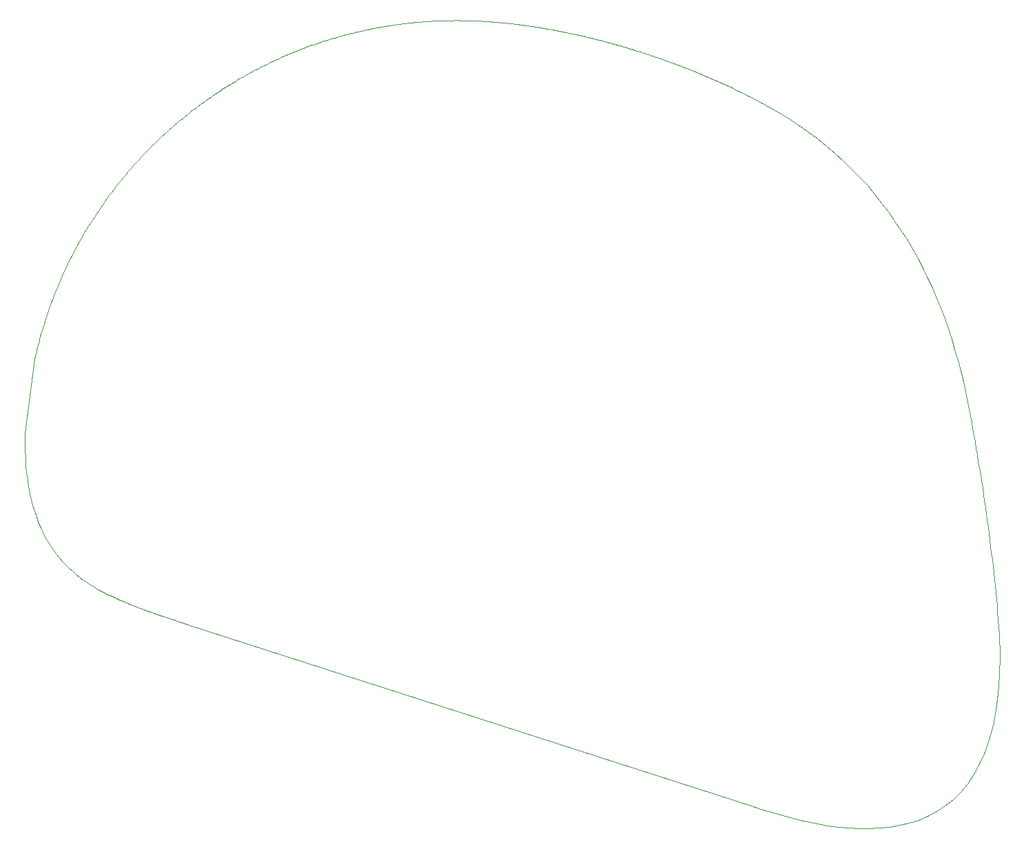
<source format=gbr>
%TF.GenerationSoftware,KiCad,Pcbnew,7.0.6-0*%
%TF.CreationDate,2024-08-23T23:55:53-05:00*%
%TF.ProjectId,CAN_LIGHT,43414e5f-4c49-4474-9854-2e6b69636164,rev?*%
%TF.SameCoordinates,Original*%
%TF.FileFunction,Profile,NP*%
%FSLAX46Y46*%
G04 Gerber Fmt 4.6, Leading zero omitted, Abs format (unit mm)*
G04 Created by KiCad (PCBNEW 7.0.6-0) date 2024-08-23 23:55:53*
%MOMM*%
%LPD*%
G01*
G04 APERTURE LIST*
%TA.AperFunction,Profile*%
%ADD10C,0.100000*%
%TD*%
%ADD11C,0.100000*%
G04 APERTURE END LIST*
D10*
X74868493Y-76556306D02*
X73656253Y-85768038D01*
D11*
X189483030Y-81970812D02*
X189637924Y-82770006D01*
X189790214Y-83569571D01*
X189939897Y-84369506D01*
X190086973Y-85169812D01*
X190231443Y-85970489D01*
X190373305Y-86771537D01*
X190512560Y-87572955D01*
X190649207Y-88374744D01*
X190783246Y-89176904D01*
X190914676Y-89979434D01*
X191043498Y-90782336D01*
X191169710Y-91585609D01*
X191293312Y-92389252D01*
X191414305Y-93193267D01*
X191532687Y-93997653D01*
X191648458Y-94802410D01*
X191761619Y-95607539D01*
X191872168Y-96413038D01*
X191980105Y-97218909D01*
X192085430Y-98025152D01*
X192188143Y-98831766D01*
X192288243Y-99638751D01*
X192385730Y-100446108D01*
X192480603Y-101253836D01*
X192572863Y-102061936D01*
X192662508Y-102870408D01*
X192749539Y-103679252D01*
X192833955Y-104488467D01*
X192915756Y-105298054D01*
X192994941Y-106108013D01*
X193071510Y-106918344D01*
X193145464Y-107729048D01*
X166067652Y-46200616D02*
X167359245Y-46982897D01*
X168608518Y-47796077D01*
X169816090Y-48639230D01*
X170982582Y-49511431D01*
X172108613Y-50411756D01*
X173194803Y-51339278D01*
X174241772Y-52293074D01*
X175250142Y-53272217D01*
X176220530Y-54275784D01*
X177153559Y-55302848D01*
X178049847Y-56352485D01*
X178910015Y-57423769D01*
X179734682Y-58515776D01*
X180524470Y-59627580D01*
X181279998Y-60758257D01*
X182001885Y-61906881D01*
X182690753Y-63072527D01*
X183347221Y-64254269D01*
X183971909Y-65451184D01*
X184565438Y-66662346D01*
X185128427Y-67886830D01*
X185661496Y-69123710D01*
X186165266Y-70372062D01*
X186640357Y-71630960D01*
X187087388Y-72899480D01*
X187506980Y-74176696D01*
X187899752Y-75461684D01*
X188266326Y-76753517D01*
X188607320Y-78051272D01*
X188923356Y-79354023D01*
X189215052Y-80660844D01*
X189483030Y-81970812D01*
X164852341Y-45507806D02*
X164966926Y-45571737D01*
X165081379Y-45635876D01*
X165195698Y-45700225D01*
X165309884Y-45764784D01*
X165423934Y-45829554D01*
X165537850Y-45894536D01*
X165651630Y-45959731D01*
X165765273Y-46025140D01*
X165878780Y-46090763D01*
X165992149Y-46156602D01*
X166067652Y-46200616D01*
X161837885Y-43920952D02*
X161933245Y-43968512D01*
X162028538Y-44016202D01*
X162123765Y-44064023D01*
X162218923Y-44111973D01*
X162314013Y-44160054D01*
X162409033Y-44208265D01*
X162503982Y-44256606D01*
X162598860Y-44305078D01*
X162693666Y-44353680D01*
X162788398Y-44402413D01*
X162883057Y-44451277D01*
X162977641Y-44500271D01*
X163072149Y-44549397D01*
X163166581Y-44598653D01*
X163260936Y-44648041D01*
X163355213Y-44697561D01*
X163449411Y-44747211D01*
X163543529Y-44796993D01*
X163637566Y-44846907D01*
X163731522Y-44896952D01*
X163825396Y-44947129D01*
X163919187Y-44997438D01*
X164012893Y-45047879D01*
X164106515Y-45098452D01*
X164200052Y-45149158D01*
X164293502Y-45199995D01*
X164386865Y-45250965D01*
X164480139Y-45302068D01*
X164573325Y-45353303D01*
X164666421Y-45404671D01*
X164759427Y-45456172D01*
X164852341Y-45507806D01*
X155624122Y-41142653D02*
X155821419Y-41221970D01*
X156018526Y-41301746D01*
X156215442Y-41381983D01*
X156412165Y-41462684D01*
X156608694Y-41543851D01*
X156805028Y-41625486D01*
X157001167Y-41707594D01*
X157197109Y-41790175D01*
X157392852Y-41873232D01*
X157588397Y-41956769D01*
X157783742Y-42040787D01*
X157978886Y-42125289D01*
X158173827Y-42210279D01*
X158368565Y-42295757D01*
X158563099Y-42381727D01*
X158757427Y-42468192D01*
X158951549Y-42555153D01*
X159145464Y-42642615D01*
X159339170Y-42730578D01*
X159532666Y-42819046D01*
X159725952Y-42908021D01*
X159919026Y-42997505D01*
X160111887Y-43087502D01*
X160304534Y-43178014D01*
X160496966Y-43269043D01*
X160689182Y-43360593D01*
X160881182Y-43452665D01*
X161072963Y-43545262D01*
X161264525Y-43638386D01*
X161455866Y-43732041D01*
X161646987Y-43826229D01*
X161837885Y-43920952D01*
X152441498Y-39935843D02*
X152541684Y-39971800D01*
X152641823Y-40007869D01*
X152741916Y-40044051D01*
X152841963Y-40080345D01*
X152941962Y-40116751D01*
X153041915Y-40153270D01*
X153141821Y-40189902D01*
X153241680Y-40226646D01*
X153341493Y-40263503D01*
X153441258Y-40300474D01*
X153540977Y-40337557D01*
X153640648Y-40374754D01*
X153740272Y-40412064D01*
X153839850Y-40449487D01*
X153939380Y-40487025D01*
X154038862Y-40524675D01*
X154138298Y-40562440D01*
X154237686Y-40600319D01*
X154337027Y-40638312D01*
X154436320Y-40676418D01*
X154535566Y-40714640D01*
X154634764Y-40752975D01*
X154733915Y-40791426D01*
X154833018Y-40829991D01*
X154932073Y-40868670D01*
X155031081Y-40907465D01*
X155130041Y-40946375D01*
X155228953Y-40985399D01*
X155327817Y-41024540D01*
X155426633Y-41063795D01*
X155525401Y-41103166D01*
X155624122Y-41142653D01*
X149213945Y-38844599D02*
X149315225Y-38876901D01*
X149416493Y-38909322D01*
X149517744Y-38941863D01*
X149618980Y-38974523D01*
X149720197Y-39007301D01*
X149821395Y-39040197D01*
X149922573Y-39073211D01*
X150023729Y-39106343D01*
X150124862Y-39139592D01*
X150225970Y-39172957D01*
X150327053Y-39206439D01*
X150428108Y-39240038D01*
X150529135Y-39273751D01*
X150630132Y-39307581D01*
X150731098Y-39341525D01*
X150832032Y-39375584D01*
X150932933Y-39409757D01*
X151033798Y-39444045D01*
X151134627Y-39478446D01*
X151235418Y-39512960D01*
X151336170Y-39547587D01*
X151436882Y-39582327D01*
X151537553Y-39617179D01*
X151638180Y-39652143D01*
X151738763Y-39687219D01*
X151839301Y-39722405D01*
X151939792Y-39757703D01*
X152040235Y-39793111D01*
X152140628Y-39828630D01*
X152240970Y-39864258D01*
X152341261Y-39899996D01*
X152441498Y-39935843D01*
X142694878Y-37027401D02*
X142899722Y-37076636D01*
X143104494Y-37126364D01*
X143309192Y-37176586D01*
X143513816Y-37227299D01*
X143718368Y-37278503D01*
X143922847Y-37330199D01*
X144127252Y-37382384D01*
X144331585Y-37435060D01*
X144535845Y-37488224D01*
X144740033Y-37541877D01*
X144944148Y-37596017D01*
X145148190Y-37650645D01*
X145352160Y-37705760D01*
X145556057Y-37761360D01*
X145759882Y-37817446D01*
X145963636Y-37874017D01*
X146167317Y-37931072D01*
X146370926Y-37988611D01*
X146574463Y-38046632D01*
X146777928Y-38105136D01*
X146981322Y-38164122D01*
X147184644Y-38223590D01*
X147387895Y-38283537D01*
X147591074Y-38343965D01*
X147794181Y-38404873D01*
X147997218Y-38466259D01*
X148200183Y-38528123D01*
X148403077Y-38590466D01*
X148605900Y-38653285D01*
X148808653Y-38716580D01*
X149011334Y-38780352D01*
X149213945Y-38844599D01*
X136098426Y-35730133D02*
X136305850Y-35762033D01*
X136513188Y-35794519D01*
X136720439Y-35827588D01*
X136927603Y-35861237D01*
X137134682Y-35895463D01*
X137341675Y-35930264D01*
X137548583Y-35965636D01*
X137755407Y-36001577D01*
X137962146Y-36038084D01*
X138168802Y-36075154D01*
X138375374Y-36112784D01*
X138581863Y-36150972D01*
X138788270Y-36189714D01*
X138994594Y-36229008D01*
X139200837Y-36268850D01*
X139406999Y-36309239D01*
X139613079Y-36350171D01*
X139819080Y-36391643D01*
X140025000Y-36433653D01*
X140230841Y-36476197D01*
X140436602Y-36519273D01*
X140642285Y-36562878D01*
X140847890Y-36607010D01*
X141053417Y-36651664D01*
X141258866Y-36696839D01*
X141464238Y-36742532D01*
X141669534Y-36788740D01*
X141874753Y-36835459D01*
X142079897Y-36882688D01*
X142284965Y-36930423D01*
X142489959Y-36978661D01*
X142694878Y-37027401D01*
X129410260Y-35049067D02*
X129620873Y-35059541D01*
X129831376Y-35070764D01*
X130041768Y-35082729D01*
X130252050Y-35095432D01*
X130462224Y-35108868D01*
X130672289Y-35123031D01*
X130882246Y-35137917D01*
X131092096Y-35153520D01*
X131301841Y-35169836D01*
X131511480Y-35186859D01*
X131721015Y-35204584D01*
X131930446Y-35223007D01*
X132139774Y-35242122D01*
X132348999Y-35261925D01*
X132558123Y-35282409D01*
X132767147Y-35303571D01*
X132976070Y-35325405D01*
X133184894Y-35347906D01*
X133393619Y-35371069D01*
X133602247Y-35394889D01*
X133810777Y-35419360D01*
X134019212Y-35444479D01*
X134227550Y-35470239D01*
X134435795Y-35496637D01*
X134643945Y-35523666D01*
X134852001Y-35551321D01*
X135059966Y-35579598D01*
X135267838Y-35608492D01*
X135475620Y-35637998D01*
X135683311Y-35668109D01*
X135890913Y-35698823D01*
X136098426Y-35730133D01*
X122607793Y-35135959D02*
X122822319Y-35120147D01*
X123036713Y-35105224D01*
X123250976Y-35091183D01*
X123465108Y-35078021D01*
X123679110Y-35065734D01*
X123892982Y-35054318D01*
X124106725Y-35043768D01*
X124320340Y-35034079D01*
X124533828Y-35025249D01*
X124747188Y-35017271D01*
X124960422Y-35010143D01*
X125173530Y-35003860D01*
X125386513Y-34998417D01*
X125599371Y-34993811D01*
X125812106Y-34990037D01*
X126024718Y-34987090D01*
X126237206Y-34984968D01*
X126449573Y-34983664D01*
X126661819Y-34983176D01*
X126873944Y-34983499D01*
X127085948Y-34984628D01*
X127297834Y-34986559D01*
X127509600Y-34989289D01*
X127721249Y-34992812D01*
X127932780Y-34997125D01*
X128144194Y-35002224D01*
X128355492Y-35008103D01*
X128566674Y-35014759D01*
X128777741Y-35022188D01*
X128988694Y-35030385D01*
X129199533Y-35039346D01*
X129410260Y-35049067D01*
X118926716Y-35542952D02*
X119041269Y-35526380D01*
X119155855Y-35510060D01*
X119270471Y-35493990D01*
X119385118Y-35478170D01*
X119499797Y-35462601D01*
X119614507Y-35447281D01*
X119729247Y-35432211D01*
X119844019Y-35417390D01*
X119958822Y-35402818D01*
X120073656Y-35388496D01*
X120188521Y-35374422D01*
X120303417Y-35360597D01*
X120418343Y-35347020D01*
X120533301Y-35333691D01*
X120648289Y-35320610D01*
X120763309Y-35307777D01*
X120878359Y-35295191D01*
X120993440Y-35282853D01*
X121108551Y-35270761D01*
X121223694Y-35258917D01*
X121338867Y-35247319D01*
X121454071Y-35235967D01*
X121569306Y-35224862D01*
X121684571Y-35214003D01*
X121799867Y-35203389D01*
X121915193Y-35193021D01*
X122030550Y-35182899D01*
X122145937Y-35173021D01*
X122261356Y-35163389D01*
X122376804Y-35154001D01*
X122492283Y-35144858D01*
X122607793Y-35135959D01*
X115287833Y-36204568D02*
X115400357Y-36180113D01*
X115512983Y-36155898D01*
X115625708Y-36131922D01*
X115738529Y-36108186D01*
X115851444Y-36084691D01*
X115964451Y-36061437D01*
X116077547Y-36038424D01*
X116190730Y-36015653D01*
X116303996Y-35993125D01*
X116417345Y-35970839D01*
X116530772Y-35948797D01*
X116644277Y-35926998D01*
X116757856Y-35905444D01*
X116871506Y-35884135D01*
X116985226Y-35863070D01*
X117099014Y-35842252D01*
X117212865Y-35821679D01*
X117326779Y-35801353D01*
X117440752Y-35781275D01*
X117554783Y-35761443D01*
X117668868Y-35741860D01*
X117783006Y-35722526D01*
X117897193Y-35703440D01*
X118011428Y-35684604D01*
X118125707Y-35666018D01*
X118240029Y-35647682D01*
X118354391Y-35629597D01*
X118468791Y-35611763D01*
X118583226Y-35594181D01*
X118697693Y-35576852D01*
X118812190Y-35559775D01*
X118926716Y-35542952D01*
X108262379Y-38261939D02*
X108476780Y-38183219D01*
X108691507Y-38105414D01*
X108906562Y-38028527D01*
X109121944Y-37952558D01*
X109337654Y-37877509D01*
X109553693Y-37803382D01*
X109770060Y-37730178D01*
X109986758Y-37657899D01*
X110203786Y-37586546D01*
X110421145Y-37516120D01*
X110638835Y-37446624D01*
X110856857Y-37378058D01*
X111075211Y-37310425D01*
X111293898Y-37243726D01*
X111512919Y-37177962D01*
X111732274Y-37113135D01*
X111951964Y-37049246D01*
X112171988Y-36986297D01*
X112392349Y-36924290D01*
X112613046Y-36863226D01*
X112834079Y-36803106D01*
X113055450Y-36743933D01*
X113277159Y-36685707D01*
X113499206Y-36628430D01*
X113721592Y-36572104D01*
X113944318Y-36516730D01*
X114167383Y-36462309D01*
X114390790Y-36408844D01*
X114614537Y-36356336D01*
X114838627Y-36304786D01*
X115063058Y-36254196D01*
X115287833Y-36204568D01*
X101576472Y-41271542D02*
X101780158Y-41162772D01*
X101984189Y-41054972D01*
X102188566Y-40948139D01*
X102393287Y-40842271D01*
X102598351Y-40737366D01*
X102803758Y-40633422D01*
X103009507Y-40530438D01*
X103215597Y-40428411D01*
X103422028Y-40327340D01*
X103628799Y-40227222D01*
X103835909Y-40128056D01*
X104043358Y-40029839D01*
X104251145Y-39932570D01*
X104459269Y-39836247D01*
X104667730Y-39740867D01*
X104876526Y-39646430D01*
X105085658Y-39552932D01*
X105295124Y-39460373D01*
X105504923Y-39368749D01*
X105715056Y-39278059D01*
X105925521Y-39188302D01*
X106136318Y-39099475D01*
X106347446Y-39011576D01*
X106558905Y-38924603D01*
X106770692Y-38838555D01*
X106982809Y-38753430D01*
X107195254Y-38669225D01*
X107408027Y-38585938D01*
X107621126Y-38503568D01*
X107834552Y-38422113D01*
X108048303Y-38341570D01*
X108262379Y-38261939D01*
X99961443Y-42175667D02*
X100061353Y-42117544D01*
X100161433Y-42059618D01*
X100261676Y-42001893D01*
X100362075Y-41944373D01*
X100462623Y-41887061D01*
X100563313Y-41829963D01*
X100664137Y-41773081D01*
X100765090Y-41716419D01*
X100866163Y-41659982D01*
X100967350Y-41603774D01*
X101068644Y-41547797D01*
X101170038Y-41492058D01*
X101271525Y-41436558D01*
X101373097Y-41381303D01*
X101474748Y-41326296D01*
X101576472Y-41271542D01*
X95352320Y-45195723D02*
X95490950Y-45094664D01*
X95629922Y-44994027D01*
X95769237Y-44893814D01*
X95908894Y-44794024D01*
X96048894Y-44694659D01*
X96189239Y-44595720D01*
X96329929Y-44497207D01*
X96470964Y-44399122D01*
X96612346Y-44301465D01*
X96754076Y-44204237D01*
X96896153Y-44107439D01*
X97038579Y-44011073D01*
X97181354Y-43915139D01*
X97324479Y-43819637D01*
X97467956Y-43724569D01*
X97611784Y-43629937D01*
X97755964Y-43535739D01*
X97900497Y-43441978D01*
X98045384Y-43348655D01*
X98190625Y-43255770D01*
X98336222Y-43163324D01*
X98482175Y-43071318D01*
X98628484Y-42979753D01*
X98775151Y-42888630D01*
X98922177Y-42797950D01*
X99069561Y-42707714D01*
X99217304Y-42617923D01*
X99365408Y-42528577D01*
X99513873Y-42439677D01*
X99662700Y-42351225D01*
X99811890Y-42263221D01*
X99961443Y-42175667D01*
X89758953Y-49905123D02*
X89924091Y-49746018D01*
X90089861Y-49587693D01*
X90256262Y-49430149D01*
X90423293Y-49273384D01*
X90590953Y-49117396D01*
X90759241Y-48962184D01*
X90928156Y-48807748D01*
X91097697Y-48654087D01*
X91267864Y-48501198D01*
X91438656Y-48349082D01*
X91610071Y-48197738D01*
X91782109Y-48047163D01*
X91954769Y-47897357D01*
X92128050Y-47748319D01*
X92301951Y-47600048D01*
X92476472Y-47452543D01*
X92651611Y-47305802D01*
X92827367Y-47159825D01*
X93003741Y-47014611D01*
X93180730Y-46870158D01*
X93358334Y-46726465D01*
X93536553Y-46583532D01*
X93715384Y-46441357D01*
X93894828Y-46299939D01*
X94074884Y-46159277D01*
X94255550Y-46019370D01*
X94436825Y-45880217D01*
X94618710Y-45741817D01*
X94801202Y-45604168D01*
X94984302Y-45467271D01*
X95168008Y-45331122D01*
X95352320Y-45195723D01*
X87203197Y-52557707D02*
X87280585Y-52471748D01*
X87358134Y-52385989D01*
X87435844Y-52300428D01*
X87513715Y-52215066D01*
X87591746Y-52129903D01*
X87669938Y-52044938D01*
X87748290Y-51960171D01*
X87826802Y-51875602D01*
X87905475Y-51791232D01*
X87984308Y-51707059D01*
X88063300Y-51623084D01*
X88142453Y-51539307D01*
X88221766Y-51455728D01*
X88301238Y-51372346D01*
X88380870Y-51289162D01*
X88460661Y-51206175D01*
X88540612Y-51123385D01*
X88620723Y-51040792D01*
X88700992Y-50958396D01*
X88781421Y-50876197D01*
X88862009Y-50794195D01*
X88942756Y-50712389D01*
X89023662Y-50630780D01*
X89104727Y-50549367D01*
X89185951Y-50468151D01*
X89267333Y-50387130D01*
X89348874Y-50306306D01*
X89430573Y-50225678D01*
X89512430Y-50145246D01*
X89594446Y-50065009D01*
X89676620Y-49984968D01*
X89758953Y-49905123D01*
X85990615Y-53955745D02*
X86064826Y-53867317D01*
X86139266Y-53779006D01*
X86213930Y-53690817D01*
X86288815Y-53602755D01*
X86363917Y-53514824D01*
X86439231Y-53427030D01*
X86514754Y-53339378D01*
X86590481Y-53251872D01*
X86666410Y-53164518D01*
X86742535Y-53077321D01*
X86818853Y-52990285D01*
X86895360Y-52903416D01*
X86972051Y-52816719D01*
X87048924Y-52730198D01*
X87125974Y-52643859D01*
X87203197Y-52557707D01*
X84832191Y-55388268D02*
X84903018Y-55297761D01*
X84974053Y-55207382D01*
X85045297Y-55117133D01*
X85116750Y-55027014D01*
X85188412Y-54937023D01*
X85260284Y-54847163D01*
X85332365Y-54757433D01*
X85404658Y-54667832D01*
X85477161Y-54578362D01*
X85549875Y-54489023D01*
X85622801Y-54399815D01*
X85695938Y-54310738D01*
X85769288Y-54221792D01*
X85842850Y-54132978D01*
X85916626Y-54044295D01*
X85990615Y-53955745D01*
X77510473Y-68052596D02*
X77686379Y-67624098D01*
X77865730Y-67197733D01*
X78048521Y-66773496D01*
X78234750Y-66351388D01*
X78424413Y-65931404D01*
X78617508Y-65513545D01*
X78814031Y-65097807D01*
X79013979Y-64684188D01*
X79217350Y-64272688D01*
X79424139Y-63863304D01*
X79634344Y-63456033D01*
X79847962Y-63050875D01*
X80064989Y-62647826D01*
X80285423Y-62246886D01*
X80509260Y-61848052D01*
X80736498Y-61451323D01*
X80967132Y-61056696D01*
X81201161Y-60664169D01*
X81438580Y-60273741D01*
X81679388Y-59885410D01*
X81923580Y-59499173D01*
X82171154Y-59115029D01*
X82422106Y-58732976D01*
X82676433Y-58353012D01*
X82934133Y-57975134D01*
X83195201Y-57599342D01*
X83459636Y-57225633D01*
X83727434Y-56854005D01*
X83998591Y-56484457D01*
X84273105Y-56116986D01*
X84550973Y-55751590D01*
X84832191Y-55388268D01*
X74868493Y-76556306D02*
X74929438Y-76283849D01*
X74991772Y-76011823D01*
X75055495Y-75740229D01*
X75120607Y-75469067D01*
X75187110Y-75198337D01*
X75255004Y-74928039D01*
X75324289Y-74658173D01*
X75394966Y-74388739D01*
X75467036Y-74119739D01*
X75540499Y-73851171D01*
X75615357Y-73583036D01*
X75691608Y-73315335D01*
X75769256Y-73048067D01*
X75848299Y-72781233D01*
X75928738Y-72514832D01*
X76010575Y-72248866D01*
X76093809Y-71983334D01*
X76178441Y-71718236D01*
X76264473Y-71453574D01*
X76351904Y-71189345D01*
X76440735Y-70925552D01*
X76530968Y-70662194D01*
X76622601Y-70399272D01*
X76715637Y-70136785D01*
X76810075Y-69874734D01*
X76905917Y-69613119D01*
X77003163Y-69351940D01*
X77101813Y-69091198D01*
X77201869Y-68830892D01*
X77303330Y-68571023D01*
X77406198Y-68311590D01*
X77510473Y-68052596D01*
X82609221Y-104927916D02*
X82136406Y-104652967D01*
X81669808Y-104364489D01*
X81210048Y-104061746D01*
X80757752Y-103744001D01*
X80313543Y-103410518D01*
X79878044Y-103060561D01*
X79451880Y-102693394D01*
X79035675Y-102308281D01*
X78630052Y-101904486D01*
X78235635Y-101481273D01*
X77853047Y-101037906D01*
X77482914Y-100573649D01*
X77125858Y-100087766D01*
X76782504Y-99579520D01*
X76453475Y-99048176D01*
X76139396Y-98492997D01*
X75840889Y-97913248D01*
X75558579Y-97308193D01*
X75293089Y-96677095D01*
X75045045Y-96019218D01*
X74815068Y-95333826D01*
X74603784Y-94620184D01*
X74411815Y-93877555D01*
X74239787Y-93105203D01*
X74088322Y-92302392D01*
X73958044Y-91468386D01*
X73849578Y-90602449D01*
X73763547Y-89703845D01*
X73700576Y-88771838D01*
X73661287Y-87805692D01*
X73646304Y-86804670D01*
X73656253Y-85768038D01*
X85272216Y-106221011D02*
X85102580Y-106145594D01*
X84933338Y-106069513D01*
X84764497Y-105992754D01*
X84596063Y-105915307D01*
X84428044Y-105837160D01*
X84260447Y-105758300D01*
X84093279Y-105678716D01*
X83926547Y-105598396D01*
X83760257Y-105517327D01*
X83594418Y-105435500D01*
X83429035Y-105352900D01*
X83264116Y-105269518D01*
X83099668Y-105185340D01*
X82935698Y-105100354D01*
X82772213Y-105014550D01*
X82609221Y-104927916D01*
X89404110Y-107840783D02*
X89273308Y-107794559D01*
X89142587Y-107748106D01*
X89011949Y-107701418D01*
X88881397Y-107654490D01*
X88750935Y-107607316D01*
X88620564Y-107559891D01*
X88490287Y-107512210D01*
X88360108Y-107464266D01*
X88230029Y-107416055D01*
X88100053Y-107367572D01*
X87970183Y-107318810D01*
X87840420Y-107269765D01*
X87710769Y-107220431D01*
X87581232Y-107170803D01*
X87451812Y-107120874D01*
X87322511Y-107070641D01*
X87193333Y-107020098D01*
X87064279Y-106969238D01*
X86935353Y-106918057D01*
X86806558Y-106866549D01*
X86677897Y-106814710D01*
X86549371Y-106762532D01*
X86420984Y-106710012D01*
X86292740Y-106657144D01*
X86164639Y-106603922D01*
X86036686Y-106550341D01*
X85908883Y-106496395D01*
X85781233Y-106442079D01*
X85653738Y-106387389D01*
X85526402Y-106332317D01*
X85399227Y-106276860D01*
X85272216Y-106221011D01*
X93616587Y-109241202D02*
X93484553Y-109198625D01*
X93352520Y-109156040D01*
X93220492Y-109113440D01*
X93088470Y-109070817D01*
X92956457Y-109028166D01*
X92824456Y-108985478D01*
X92692468Y-108942748D01*
X92560495Y-108899968D01*
X92428541Y-108857132D01*
X92296608Y-108814233D01*
X92164698Y-108771265D01*
X92032813Y-108728220D01*
X91900956Y-108685091D01*
X91769129Y-108641872D01*
X91637335Y-108598557D01*
X91505576Y-108555137D01*
X91373854Y-108511607D01*
X91242171Y-108467960D01*
X91110531Y-108424189D01*
X90978935Y-108380287D01*
X90847386Y-108336247D01*
X90715886Y-108292063D01*
X90584437Y-108247727D01*
X90453042Y-108203234D01*
X90321704Y-108158576D01*
X90190424Y-108113746D01*
X90059205Y-108068737D01*
X89928050Y-108023544D01*
X89796960Y-107978158D01*
X89665939Y-107932574D01*
X89534988Y-107886785D01*
X89404110Y-107840783D01*
D10*
X163179106Y-131672489D02*
X93616587Y-109241202D01*
D11*
X165023802Y-132257488D02*
X164906307Y-132221333D01*
X164789238Y-132185100D01*
X164672567Y-132148793D01*
X164556265Y-132112418D01*
X164440303Y-132075979D01*
X164324655Y-132039483D01*
X164209290Y-132002934D01*
X164094181Y-131966337D01*
X163979299Y-131929698D01*
X163864617Y-131893022D01*
X163750104Y-131856315D01*
X163635734Y-131819581D01*
X163521477Y-131782827D01*
X163407306Y-131746056D01*
X163293191Y-131709275D01*
X163179106Y-131672489D01*
X193145463Y-107729050D02*
X193339357Y-110497603D01*
X193411559Y-113079107D01*
X193367316Y-115479351D01*
X193211878Y-117704123D01*
X192950492Y-119759211D01*
X192588408Y-121650404D01*
X192130874Y-123383491D01*
X191583139Y-124964261D01*
X190950451Y-126398500D01*
X190238060Y-127691999D01*
X189451214Y-128850546D01*
X188595162Y-129879928D01*
X187675152Y-130785936D01*
X186696434Y-131574356D01*
X185664255Y-132250978D01*
X184583865Y-132821591D01*
X183460511Y-133291982D01*
X182299444Y-133667940D01*
X181105912Y-133955254D01*
X179885163Y-134159713D01*
X178642446Y-134287104D01*
X177383010Y-134343217D01*
X176112103Y-134333839D01*
X174834974Y-134264760D01*
X173556872Y-134141767D01*
X172283046Y-133970650D01*
X171018744Y-133757197D01*
X169769215Y-133507196D01*
X168539707Y-133226436D01*
X167335470Y-132920706D01*
X166161752Y-132595793D01*
X165023802Y-132257488D01*
M02*

</source>
